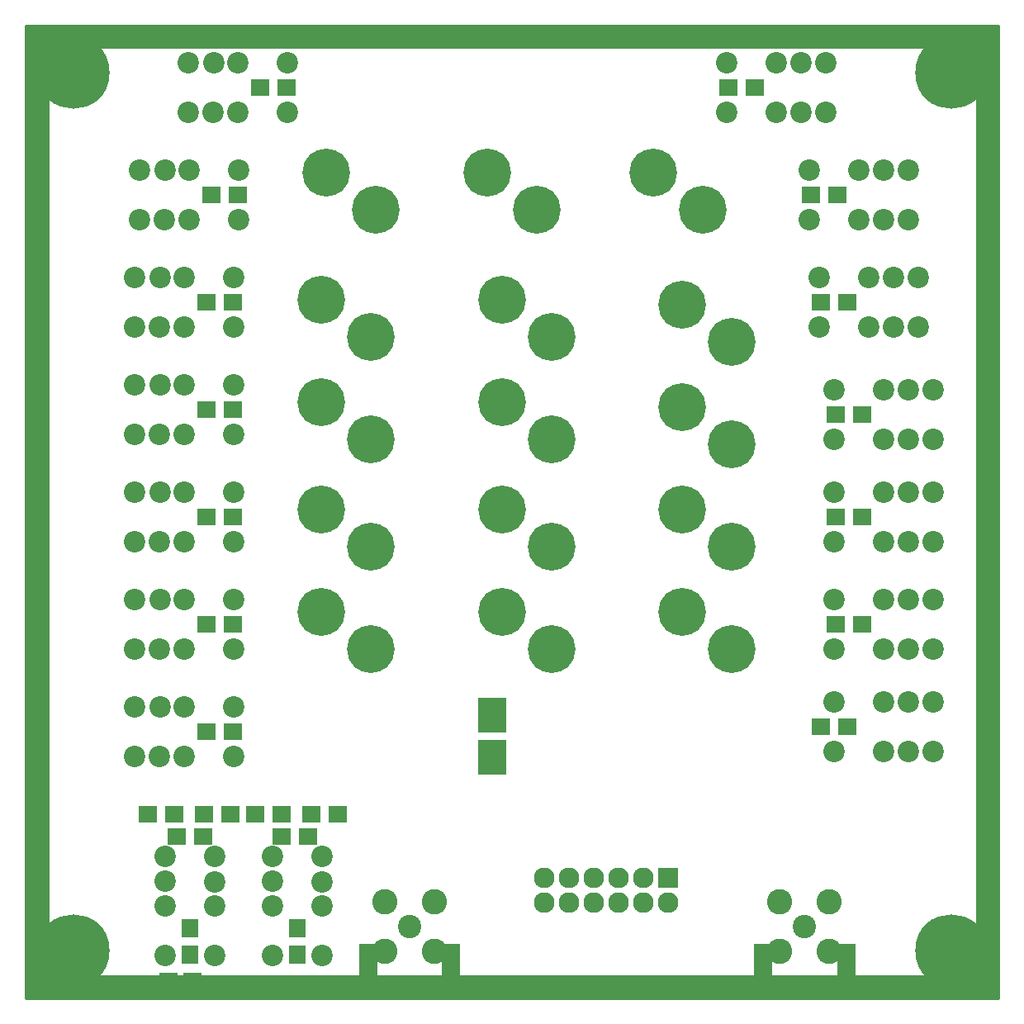
<source format=gbr>
G04 #@! TF.FileFunction,Soldermask,Bot*
%FSLAX46Y46*%
G04 Gerber Fmt 4.6, Leading zero omitted, Abs format (unit mm)*
G04 Created by KiCad (PCBNEW 4.0.7) date 12/14/17 19:40:57*
%MOMM*%
%LPD*%
G01*
G04 APERTURE LIST*
%ADD10C,0.100000*%
%ADD11C,4.900000*%
%ADD12C,7.400000*%
%ADD13R,1.900000X1.650000*%
%ADD14C,2.600000*%
%ADD15C,2.400000*%
%ADD16R,1.900000X1.700000*%
%ADD17C,2.200000*%
%ADD18R,1.700000X1.900000*%
%ADD19R,2.127200X2.127200*%
%ADD20O,2.127200X2.127200*%
%ADD21R,2.900000X3.600000*%
%ADD22R,1.900000X5.480000*%
%ADD23C,0.254000*%
G04 APERTURE END LIST*
D10*
D11*
X138960000Y-40730000D03*
X144040000Y-44540000D03*
X154460000Y-27730000D03*
X159540000Y-31540000D03*
D12*
X95000000Y-17500000D03*
X185000000Y-107500000D03*
D13*
X107250000Y-110500000D03*
X104750000Y-110500000D03*
D14*
X126960000Y-107540000D03*
X126960000Y-102460000D03*
X132040000Y-102460000D03*
X132040000Y-107540000D03*
D15*
X129500000Y-105000000D03*
D11*
X120960000Y-27730000D03*
X126040000Y-31540000D03*
X120460000Y-40730000D03*
X125540000Y-44540000D03*
X120460000Y-51230000D03*
X125540000Y-55040000D03*
X120460000Y-62230000D03*
X125540000Y-66040000D03*
X120460000Y-72730000D03*
X125540000Y-76540000D03*
X137460000Y-27730000D03*
X142540000Y-31540000D03*
X138960000Y-51230000D03*
X144040000Y-55040000D03*
X138960000Y-62230000D03*
X144040000Y-66040000D03*
X138960000Y-72730000D03*
X144040000Y-76540000D03*
X157460000Y-41230000D03*
X162540000Y-45040000D03*
X157460000Y-51730000D03*
X162540000Y-55540000D03*
X157460000Y-62230000D03*
X162540000Y-66040000D03*
X157460000Y-72730000D03*
X162540000Y-76540000D03*
D16*
X105350000Y-93500000D03*
X102650000Y-93500000D03*
X108400000Y-93500000D03*
X111100000Y-93500000D03*
X105650000Y-95750000D03*
X108350000Y-95750000D03*
X116400000Y-95750000D03*
X119100000Y-95750000D03*
X116350000Y-93500000D03*
X113650000Y-93500000D03*
X119400000Y-93500000D03*
X122100000Y-93500000D03*
D12*
X95000000Y-107500000D03*
X185000000Y-17500000D03*
D14*
X167460000Y-107540000D03*
X167460000Y-102460000D03*
X172540000Y-102460000D03*
X172540000Y-107540000D03*
D15*
X170000000Y-105000000D03*
D17*
X109540000Y-108000000D03*
X104460000Y-108000000D03*
X109540000Y-97840000D03*
X109540000Y-102920000D03*
X109540000Y-100400000D03*
X104460000Y-97840000D03*
X104460000Y-102920000D03*
X104460000Y-100380000D03*
X120540000Y-108000000D03*
X115460000Y-108000000D03*
X120540000Y-97840000D03*
X120540000Y-102920000D03*
X120540000Y-100400000D03*
X115460000Y-97840000D03*
X115460000Y-102920000D03*
X115460000Y-100380000D03*
X112000000Y-27460000D03*
X112000000Y-32540000D03*
X101840000Y-27460000D03*
X106920000Y-27460000D03*
X104400000Y-27460000D03*
X101840000Y-32540000D03*
X106920000Y-32540000D03*
X104380000Y-32540000D03*
X111500000Y-38460000D03*
X111500000Y-43540000D03*
X101340000Y-38460000D03*
X106420000Y-38460000D03*
X103900000Y-38460000D03*
X101340000Y-43540000D03*
X106420000Y-43540000D03*
X103880000Y-43540000D03*
X111500000Y-49460000D03*
X111500000Y-54540000D03*
X101340000Y-49460000D03*
X106420000Y-49460000D03*
X103900000Y-49460000D03*
X101340000Y-54540000D03*
X106420000Y-54540000D03*
X103880000Y-54540000D03*
X111500000Y-60460000D03*
X111500000Y-65540000D03*
X101340000Y-60460000D03*
X106420000Y-60460000D03*
X103900000Y-60460000D03*
X101340000Y-65540000D03*
X106420000Y-65540000D03*
X103880000Y-65540000D03*
X111500000Y-71460000D03*
X111500000Y-76540000D03*
X101340000Y-71460000D03*
X106420000Y-71460000D03*
X103900000Y-71460000D03*
X101340000Y-76540000D03*
X106420000Y-76540000D03*
X103880000Y-76540000D03*
X111500000Y-82460000D03*
X111500000Y-87540000D03*
X101340000Y-82460000D03*
X106420000Y-82460000D03*
X103900000Y-82460000D03*
X101340000Y-87540000D03*
X106420000Y-87540000D03*
X103880000Y-87540000D03*
X117000000Y-16460000D03*
X117000000Y-21540000D03*
X106840000Y-16460000D03*
X111920000Y-16460000D03*
X109400000Y-16460000D03*
X106840000Y-21540000D03*
X111920000Y-21540000D03*
X109380000Y-21540000D03*
X170500000Y-32540000D03*
X170500000Y-27460000D03*
X180660000Y-32540000D03*
X175580000Y-32540000D03*
X178100000Y-32540000D03*
X180660000Y-27460000D03*
X175580000Y-27460000D03*
X178120000Y-27460000D03*
X171500000Y-43540000D03*
X171500000Y-38460000D03*
X181660000Y-43540000D03*
X176580000Y-43540000D03*
X179100000Y-43540000D03*
X181660000Y-38460000D03*
X176580000Y-38460000D03*
X179120000Y-38460000D03*
X173000000Y-55040000D03*
X173000000Y-49960000D03*
X183160000Y-55040000D03*
X178080000Y-55040000D03*
X180600000Y-55040000D03*
X183160000Y-49960000D03*
X178080000Y-49960000D03*
X180620000Y-49960000D03*
X173000000Y-65540000D03*
X173000000Y-60460000D03*
X183160000Y-65540000D03*
X178080000Y-65540000D03*
X180600000Y-65540000D03*
X183160000Y-60460000D03*
X178080000Y-60460000D03*
X180620000Y-60460000D03*
X173000000Y-76540000D03*
X173000000Y-71460000D03*
X183160000Y-76540000D03*
X178080000Y-76540000D03*
X180600000Y-76540000D03*
X183160000Y-71460000D03*
X178080000Y-71460000D03*
X180620000Y-71460000D03*
X173000000Y-87040000D03*
X173000000Y-81960000D03*
X183160000Y-87040000D03*
X178080000Y-87040000D03*
X180600000Y-87040000D03*
X183160000Y-81960000D03*
X178080000Y-81960000D03*
X180620000Y-81960000D03*
X162000000Y-21540000D03*
X162000000Y-16460000D03*
X172160000Y-21540000D03*
X167080000Y-21540000D03*
X169600000Y-21540000D03*
X172160000Y-16460000D03*
X167080000Y-16460000D03*
X169620000Y-16460000D03*
D18*
X107000000Y-107850000D03*
X107000000Y-105150000D03*
D16*
X109150000Y-30000000D03*
X111850000Y-30000000D03*
X111350000Y-41000000D03*
X108650000Y-41000000D03*
X111350000Y-63000000D03*
X108650000Y-63000000D03*
X111350000Y-74000000D03*
X108650000Y-74000000D03*
X111350000Y-85000000D03*
X108650000Y-85000000D03*
X111350000Y-52000000D03*
X108650000Y-52000000D03*
X116850000Y-19000000D03*
X114150000Y-19000000D03*
X164850000Y-19000000D03*
X162150000Y-19000000D03*
X170650000Y-30000000D03*
X173350000Y-30000000D03*
X174350000Y-41000000D03*
X171650000Y-41000000D03*
X175850000Y-63000000D03*
X173150000Y-63000000D03*
X175850000Y-74000000D03*
X173150000Y-74000000D03*
X174350000Y-84500000D03*
X171650000Y-84500000D03*
X175850000Y-52500000D03*
X173150000Y-52500000D03*
D18*
X118000000Y-105150000D03*
X118000000Y-107850000D03*
D19*
X156000000Y-100000000D03*
D20*
X156000000Y-102540000D03*
X153460000Y-100000000D03*
X153460000Y-102540000D03*
X150920000Y-100000000D03*
X150920000Y-102540000D03*
X148380000Y-100000000D03*
X148380000Y-102540000D03*
X145840000Y-100000000D03*
X145840000Y-102540000D03*
X143300000Y-100000000D03*
X143300000Y-102540000D03*
D21*
X138000000Y-83350000D03*
X138000000Y-87650000D03*
D22*
X165750000Y-109500000D03*
X174250000Y-109500000D03*
X125250000Y-109500000D03*
X133750000Y-109500000D03*
D23*
G36*
X189873000Y-112373000D02*
X90127000Y-112373000D01*
X90127000Y-15000000D01*
X92373000Y-15000000D01*
X92373000Y-110000000D01*
X92383006Y-110049410D01*
X92411447Y-110091035D01*
X92453841Y-110118315D01*
X92500000Y-110127000D01*
X187500000Y-110127000D01*
X187549410Y-110116994D01*
X187591035Y-110088553D01*
X187618315Y-110046159D01*
X187627000Y-110000000D01*
X187627000Y-15000000D01*
X187616994Y-14950590D01*
X187588553Y-14908965D01*
X187546159Y-14881685D01*
X187500000Y-14873000D01*
X92500000Y-14873000D01*
X92450590Y-14883006D01*
X92408965Y-14911447D01*
X92381685Y-14953841D01*
X92373000Y-15000000D01*
X90127000Y-15000000D01*
X90127000Y-12627000D01*
X189873000Y-12627000D01*
X189873000Y-112373000D01*
X189873000Y-112373000D01*
G37*
X189873000Y-112373000D02*
X90127000Y-112373000D01*
X90127000Y-15000000D01*
X92373000Y-15000000D01*
X92373000Y-110000000D01*
X92383006Y-110049410D01*
X92411447Y-110091035D01*
X92453841Y-110118315D01*
X92500000Y-110127000D01*
X187500000Y-110127000D01*
X187549410Y-110116994D01*
X187591035Y-110088553D01*
X187618315Y-110046159D01*
X187627000Y-110000000D01*
X187627000Y-15000000D01*
X187616994Y-14950590D01*
X187588553Y-14908965D01*
X187546159Y-14881685D01*
X187500000Y-14873000D01*
X92500000Y-14873000D01*
X92450590Y-14883006D01*
X92408965Y-14911447D01*
X92381685Y-14953841D01*
X92373000Y-15000000D01*
X90127000Y-15000000D01*
X90127000Y-12627000D01*
X189873000Y-12627000D01*
X189873000Y-112373000D01*
M02*

</source>
